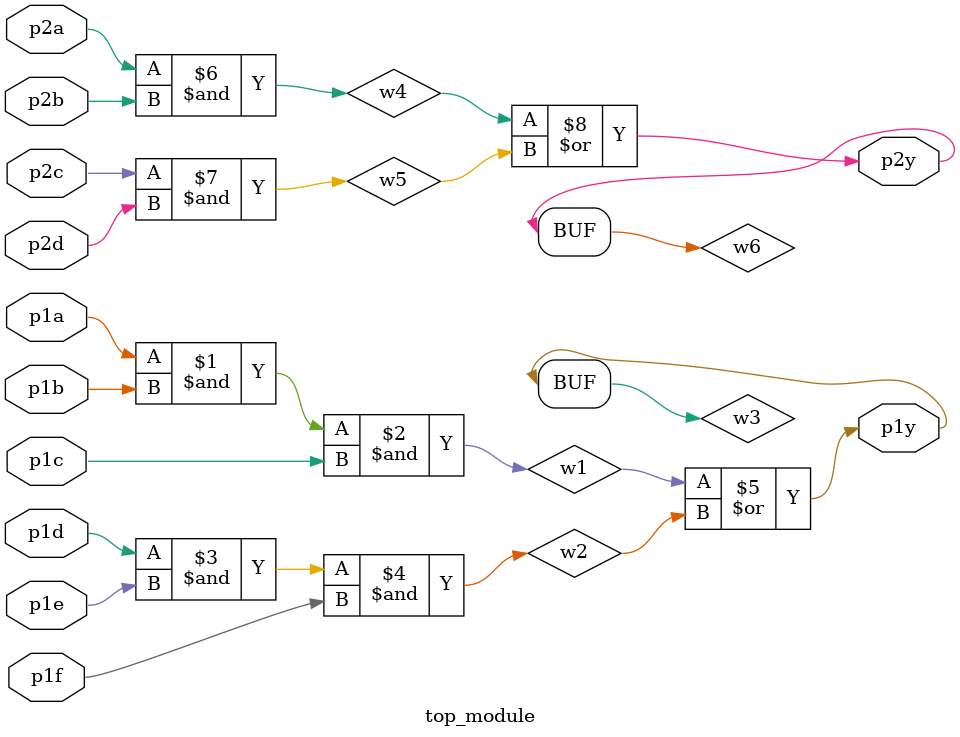
<source format=v>
module top_module ( 
    input p1a, p1b, p1c, p1d, p1e, p1f,
    output p1y,
    input p2a, p2b, p2c, p2d,
    output p2y 
);
    
    wire w1, w2, w3, w4, w5, w6;
    
	assign w1 = p1a & p1b & p1c;
    assign w2 = p1d & p1e & p1f;
    assign w3 = w1 | w2;
    assign p1y = w3;
    
    assign w4 = p2a & p2b;
    assign w5 = p2c & p2d;
    assign w6 = w4 | w5;
    assign p2y = w6;

endmodule
</source>
